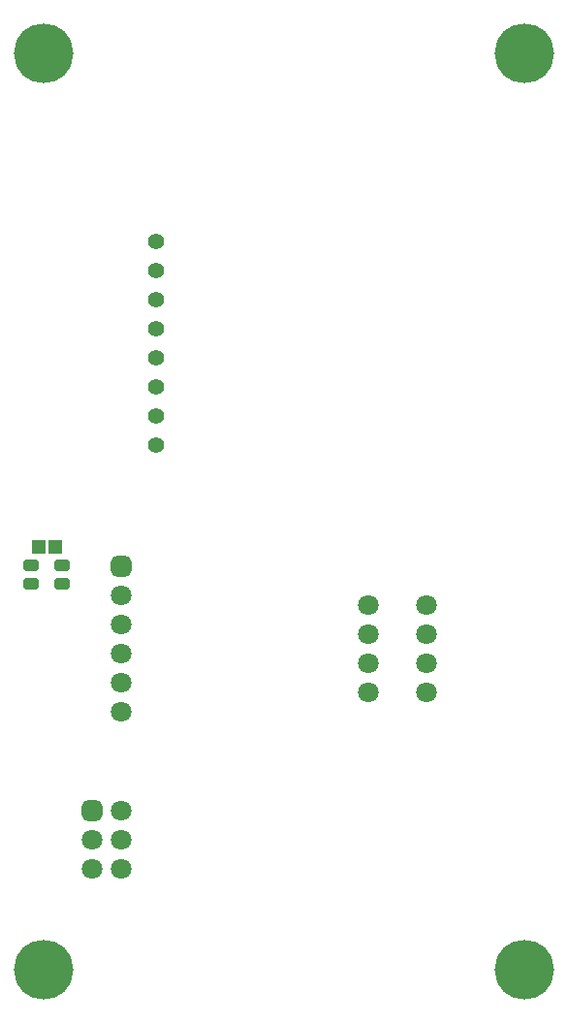
<source format=gts>
G04 Layer_Color=8388736*
%FSLAX44Y44*%
%MOMM*%
G71*
G01*
G75*
G04:AMPARAMS|DCode=23|XSize=1.4032mm|YSize=1.0032mm|CornerRadius=0.3016mm|HoleSize=0mm|Usage=FLASHONLY|Rotation=180.000|XOffset=0mm|YOffset=0mm|HoleType=Round|Shape=RoundedRectangle|*
%AMROUNDEDRECTD23*
21,1,1.4032,0.4000,0,0,180.0*
21,1,0.8000,1.0032,0,0,180.0*
1,1,0.6032,-0.4000,0.2000*
1,1,0.6032,0.4000,0.2000*
1,1,0.6032,0.4000,-0.2000*
1,1,0.6032,-0.4000,-0.2000*
%
%ADD23ROUNDEDRECTD23*%
%ADD24R,1.2032X1.2032*%
%ADD25C,1.4032*%
%ADD26C,1.8032*%
%ADD27C,5.2032*%
G04:AMPARAMS|DCode=28|XSize=1.8032mm|YSize=1.8032mm|CornerRadius=0.5016mm|HoleSize=0mm|Usage=FLASHONLY|Rotation=90.000|XOffset=0mm|YOffset=0mm|HoleType=Round|Shape=RoundedRectangle|*
%AMROUNDEDRECTD28*
21,1,1.8032,0.8000,0,0,90.0*
21,1,0.8000,1.8032,0,0,90.0*
1,1,1.0032,0.4000,0.4000*
1,1,1.0032,0.4000,-0.4000*
1,1,1.0032,-0.4000,-0.4000*
1,1,1.0032,-0.4000,0.4000*
%
%ADD28ROUNDEDRECTD28*%
D23*
X29680Y376810D02*
D03*
Y392810D02*
D03*
X56680D02*
D03*
Y376810D02*
D03*
D24*
X35680Y408940D02*
D03*
X50680D02*
D03*
D25*
X138684Y498348D02*
D03*
Y523748D02*
D03*
Y574548D02*
D03*
Y599948D02*
D03*
Y625348D02*
D03*
Y676148D02*
D03*
Y549148D02*
D03*
Y650748D02*
D03*
D26*
X323850Y332740D02*
D03*
Y358140D02*
D03*
X374650Y281940D02*
D03*
Y358140D02*
D03*
Y332740D02*
D03*
Y307340D02*
D03*
X323850D02*
D03*
Y281940D02*
D03*
X107950Y290830D02*
D03*
Y341630D02*
D03*
Y367030D02*
D03*
Y316230D02*
D03*
Y265430D02*
D03*
X82550Y128270D02*
D03*
Y153670D02*
D03*
X107950Y179070D02*
D03*
X107950Y153670D02*
D03*
Y128270D02*
D03*
D27*
X460000Y840000D02*
D03*
X40000D02*
D03*
X460000Y40000D02*
D03*
X40000D02*
D03*
D28*
X107950Y392430D02*
D03*
X82550Y179070D02*
D03*
M02*

</source>
